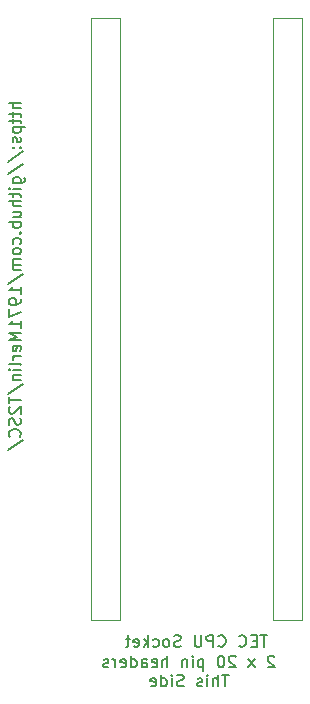
<source format=gbr>
%TF.GenerationSoftware,KiCad,Pcbnew,(6.0.9)*%
%TF.CreationDate,2022-11-13T11:09:17+10:30*%
%TF.ProjectId,TEC-SC IO Port,5445432d-5343-4204-994f-20506f72742e,rev?*%
%TF.SameCoordinates,Original*%
%TF.FileFunction,Legend,Bot*%
%TF.FilePolarity,Positive*%
%FSLAX46Y46*%
G04 Gerber Fmt 4.6, Leading zero omitted, Abs format (unit mm)*
G04 Created by KiCad (PCBNEW (6.0.9)) date 2022-11-13 11:09:17*
%MOMM*%
%LPD*%
G01*
G04 APERTURE LIST*
%ADD10C,0.150000*%
%ADD11C,0.120000*%
G04 APERTURE END LIST*
D10*
X110852380Y-42680952D02*
X109852380Y-42680952D01*
X110852380Y-43109523D02*
X110328571Y-43109523D01*
X110233333Y-43061904D01*
X110185714Y-42966666D01*
X110185714Y-42823809D01*
X110233333Y-42728571D01*
X110280952Y-42680952D01*
X110185714Y-43442857D02*
X110185714Y-43823809D01*
X109852380Y-43585714D02*
X110709523Y-43585714D01*
X110804761Y-43633333D01*
X110852380Y-43728571D01*
X110852380Y-43823809D01*
X110185714Y-44014285D02*
X110185714Y-44395238D01*
X109852380Y-44157142D02*
X110709523Y-44157142D01*
X110804761Y-44204761D01*
X110852380Y-44300000D01*
X110852380Y-44395238D01*
X110185714Y-44728571D02*
X111185714Y-44728571D01*
X110233333Y-44728571D02*
X110185714Y-44823809D01*
X110185714Y-45014285D01*
X110233333Y-45109523D01*
X110280952Y-45157142D01*
X110376190Y-45204761D01*
X110661904Y-45204761D01*
X110757142Y-45157142D01*
X110804761Y-45109523D01*
X110852380Y-45014285D01*
X110852380Y-44823809D01*
X110804761Y-44728571D01*
X110804761Y-45585714D02*
X110852380Y-45680952D01*
X110852380Y-45871428D01*
X110804761Y-45966666D01*
X110709523Y-46014285D01*
X110661904Y-46014285D01*
X110566666Y-45966666D01*
X110519047Y-45871428D01*
X110519047Y-45728571D01*
X110471428Y-45633333D01*
X110376190Y-45585714D01*
X110328571Y-45585714D01*
X110233333Y-45633333D01*
X110185714Y-45728571D01*
X110185714Y-45871428D01*
X110233333Y-45966666D01*
X110757142Y-46442857D02*
X110804761Y-46490476D01*
X110852380Y-46442857D01*
X110804761Y-46395238D01*
X110757142Y-46442857D01*
X110852380Y-46442857D01*
X110233333Y-46442857D02*
X110280952Y-46490476D01*
X110328571Y-46442857D01*
X110280952Y-46395238D01*
X110233333Y-46442857D01*
X110328571Y-46442857D01*
X109804761Y-47633333D02*
X111090476Y-46776190D01*
X109804761Y-48680952D02*
X111090476Y-47823809D01*
X110185714Y-49442857D02*
X110995238Y-49442857D01*
X111090476Y-49395238D01*
X111138095Y-49347619D01*
X111185714Y-49252380D01*
X111185714Y-49109523D01*
X111138095Y-49014285D01*
X110804761Y-49442857D02*
X110852380Y-49347619D01*
X110852380Y-49157142D01*
X110804761Y-49061904D01*
X110757142Y-49014285D01*
X110661904Y-48966666D01*
X110376190Y-48966666D01*
X110280952Y-49014285D01*
X110233333Y-49061904D01*
X110185714Y-49157142D01*
X110185714Y-49347619D01*
X110233333Y-49442857D01*
X110852380Y-49919047D02*
X110185714Y-49919047D01*
X109852380Y-49919047D02*
X109900000Y-49871428D01*
X109947619Y-49919047D01*
X109900000Y-49966666D01*
X109852380Y-49919047D01*
X109947619Y-49919047D01*
X110185714Y-50252380D02*
X110185714Y-50633333D01*
X109852380Y-50395238D02*
X110709523Y-50395238D01*
X110804761Y-50442857D01*
X110852380Y-50538095D01*
X110852380Y-50633333D01*
X110852380Y-50966666D02*
X109852380Y-50966666D01*
X110852380Y-51395238D02*
X110328571Y-51395238D01*
X110233333Y-51347619D01*
X110185714Y-51252380D01*
X110185714Y-51109523D01*
X110233333Y-51014285D01*
X110280952Y-50966666D01*
X110185714Y-52300000D02*
X110852380Y-52300000D01*
X110185714Y-51871428D02*
X110709523Y-51871428D01*
X110804761Y-51919047D01*
X110852380Y-52014285D01*
X110852380Y-52157142D01*
X110804761Y-52252380D01*
X110757142Y-52300000D01*
X110852380Y-52776190D02*
X109852380Y-52776190D01*
X110233333Y-52776190D02*
X110185714Y-52871428D01*
X110185714Y-53061904D01*
X110233333Y-53157142D01*
X110280952Y-53204761D01*
X110376190Y-53252380D01*
X110661904Y-53252380D01*
X110757142Y-53204761D01*
X110804761Y-53157142D01*
X110852380Y-53061904D01*
X110852380Y-52871428D01*
X110804761Y-52776190D01*
X110757142Y-53680952D02*
X110804761Y-53728571D01*
X110852380Y-53680952D01*
X110804761Y-53633333D01*
X110757142Y-53680952D01*
X110852380Y-53680952D01*
X110804761Y-54585714D02*
X110852380Y-54490476D01*
X110852380Y-54300000D01*
X110804761Y-54204761D01*
X110757142Y-54157142D01*
X110661904Y-54109523D01*
X110376190Y-54109523D01*
X110280952Y-54157142D01*
X110233333Y-54204761D01*
X110185714Y-54300000D01*
X110185714Y-54490476D01*
X110233333Y-54585714D01*
X110852380Y-55157142D02*
X110804761Y-55061904D01*
X110757142Y-55014285D01*
X110661904Y-54966666D01*
X110376190Y-54966666D01*
X110280952Y-55014285D01*
X110233333Y-55061904D01*
X110185714Y-55157142D01*
X110185714Y-55300000D01*
X110233333Y-55395238D01*
X110280952Y-55442857D01*
X110376190Y-55490476D01*
X110661904Y-55490476D01*
X110757142Y-55442857D01*
X110804761Y-55395238D01*
X110852380Y-55300000D01*
X110852380Y-55157142D01*
X110852380Y-55919047D02*
X110185714Y-55919047D01*
X110280952Y-55919047D02*
X110233333Y-55966666D01*
X110185714Y-56061904D01*
X110185714Y-56204761D01*
X110233333Y-56300000D01*
X110328571Y-56347619D01*
X110852380Y-56347619D01*
X110328571Y-56347619D02*
X110233333Y-56395238D01*
X110185714Y-56490476D01*
X110185714Y-56633333D01*
X110233333Y-56728571D01*
X110328571Y-56776190D01*
X110852380Y-56776190D01*
X109804761Y-57966666D02*
X111090476Y-57109523D01*
X110852380Y-58823809D02*
X110852380Y-58252380D01*
X110852380Y-58538095D02*
X109852380Y-58538095D01*
X109995238Y-58442857D01*
X110090476Y-58347619D01*
X110138095Y-58252380D01*
X110852380Y-59300000D02*
X110852380Y-59490476D01*
X110804761Y-59585714D01*
X110757142Y-59633333D01*
X110614285Y-59728571D01*
X110423809Y-59776190D01*
X110042857Y-59776190D01*
X109947619Y-59728571D01*
X109900000Y-59680952D01*
X109852380Y-59585714D01*
X109852380Y-59395238D01*
X109900000Y-59300000D01*
X109947619Y-59252380D01*
X110042857Y-59204761D01*
X110280952Y-59204761D01*
X110376190Y-59252380D01*
X110423809Y-59300000D01*
X110471428Y-59395238D01*
X110471428Y-59585714D01*
X110423809Y-59680952D01*
X110376190Y-59728571D01*
X110280952Y-59776190D01*
X109852380Y-60109523D02*
X109852380Y-60776190D01*
X110852380Y-60347619D01*
X110852380Y-61680952D02*
X110852380Y-61109523D01*
X110852380Y-61395238D02*
X109852380Y-61395238D01*
X109995238Y-61300000D01*
X110090476Y-61204761D01*
X110138095Y-61109523D01*
X110852380Y-62109523D02*
X109852380Y-62109523D01*
X110566666Y-62442857D01*
X109852380Y-62776190D01*
X110852380Y-62776190D01*
X110804761Y-63633333D02*
X110852380Y-63538095D01*
X110852380Y-63347619D01*
X110804761Y-63252380D01*
X110709523Y-63204761D01*
X110328571Y-63204761D01*
X110233333Y-63252380D01*
X110185714Y-63347619D01*
X110185714Y-63538095D01*
X110233333Y-63633333D01*
X110328571Y-63680952D01*
X110423809Y-63680952D01*
X110519047Y-63204761D01*
X110852380Y-64109523D02*
X110185714Y-64109523D01*
X110376190Y-64109523D02*
X110280952Y-64157142D01*
X110233333Y-64204761D01*
X110185714Y-64300000D01*
X110185714Y-64395238D01*
X110852380Y-64871428D02*
X110804761Y-64776190D01*
X110709523Y-64728571D01*
X109852380Y-64728571D01*
X110852380Y-65252380D02*
X110185714Y-65252380D01*
X109852380Y-65252380D02*
X109900000Y-65204761D01*
X109947619Y-65252380D01*
X109900000Y-65300000D01*
X109852380Y-65252380D01*
X109947619Y-65252380D01*
X110185714Y-65728571D02*
X110852380Y-65728571D01*
X110280952Y-65728571D02*
X110233333Y-65776190D01*
X110185714Y-65871428D01*
X110185714Y-66014285D01*
X110233333Y-66109523D01*
X110328571Y-66157142D01*
X110852380Y-66157142D01*
X109804761Y-67347619D02*
X111090476Y-66490476D01*
X109852380Y-67538095D02*
X109852380Y-68109523D01*
X110852380Y-67823809D02*
X109852380Y-67823809D01*
X109947619Y-68395238D02*
X109900000Y-68442857D01*
X109852380Y-68538095D01*
X109852380Y-68776190D01*
X109900000Y-68871428D01*
X109947619Y-68919047D01*
X110042857Y-68966666D01*
X110138095Y-68966666D01*
X110280952Y-68919047D01*
X110852380Y-68347619D01*
X110852380Y-68966666D01*
X110804761Y-69347619D02*
X110852380Y-69490476D01*
X110852380Y-69728571D01*
X110804761Y-69823809D01*
X110757142Y-69871428D01*
X110661904Y-69919047D01*
X110566666Y-69919047D01*
X110471428Y-69871428D01*
X110423809Y-69823809D01*
X110376190Y-69728571D01*
X110328571Y-69538095D01*
X110280952Y-69442857D01*
X110233333Y-69395238D01*
X110138095Y-69347619D01*
X110042857Y-69347619D01*
X109947619Y-69395238D01*
X109900000Y-69442857D01*
X109852380Y-69538095D01*
X109852380Y-69776190D01*
X109900000Y-69919047D01*
X110757142Y-70919047D02*
X110804761Y-70871428D01*
X110852380Y-70728571D01*
X110852380Y-70633333D01*
X110804761Y-70490476D01*
X110709523Y-70395238D01*
X110614285Y-70347619D01*
X110423809Y-70300000D01*
X110280952Y-70300000D01*
X110090476Y-70347619D01*
X109995238Y-70395238D01*
X109900000Y-70490476D01*
X109852380Y-70633333D01*
X109852380Y-70728571D01*
X109900000Y-70871428D01*
X109947619Y-70919047D01*
X109804761Y-72061904D02*
X111090476Y-71204761D01*
X132333095Y-89547619D02*
X132285476Y-89500000D01*
X132190238Y-89452380D01*
X131952142Y-89452380D01*
X131856904Y-89500000D01*
X131809285Y-89547619D01*
X131761666Y-89642857D01*
X131761666Y-89738095D01*
X131809285Y-89880952D01*
X132380714Y-90452380D01*
X131761666Y-90452380D01*
X130666428Y-90452380D02*
X130142619Y-89785714D01*
X130666428Y-89785714D02*
X130142619Y-90452380D01*
X129047380Y-89547619D02*
X128999761Y-89500000D01*
X128904523Y-89452380D01*
X128666428Y-89452380D01*
X128571190Y-89500000D01*
X128523571Y-89547619D01*
X128475952Y-89642857D01*
X128475952Y-89738095D01*
X128523571Y-89880952D01*
X129095000Y-90452380D01*
X128475952Y-90452380D01*
X127856904Y-89452380D02*
X127761666Y-89452380D01*
X127666428Y-89500000D01*
X127618809Y-89547619D01*
X127571190Y-89642857D01*
X127523571Y-89833333D01*
X127523571Y-90071428D01*
X127571190Y-90261904D01*
X127618809Y-90357142D01*
X127666428Y-90404761D01*
X127761666Y-90452380D01*
X127856904Y-90452380D01*
X127952142Y-90404761D01*
X127999761Y-90357142D01*
X128047380Y-90261904D01*
X128095000Y-90071428D01*
X128095000Y-89833333D01*
X128047380Y-89642857D01*
X127999761Y-89547619D01*
X127952142Y-89500000D01*
X127856904Y-89452380D01*
X126333095Y-89785714D02*
X126333095Y-90785714D01*
X126333095Y-89833333D02*
X126237857Y-89785714D01*
X126047380Y-89785714D01*
X125952142Y-89833333D01*
X125904523Y-89880952D01*
X125856904Y-89976190D01*
X125856904Y-90261904D01*
X125904523Y-90357142D01*
X125952142Y-90404761D01*
X126047380Y-90452380D01*
X126237857Y-90452380D01*
X126333095Y-90404761D01*
X125428333Y-90452380D02*
X125428333Y-89785714D01*
X125428333Y-89452380D02*
X125475952Y-89500000D01*
X125428333Y-89547619D01*
X125380714Y-89500000D01*
X125428333Y-89452380D01*
X125428333Y-89547619D01*
X124952142Y-89785714D02*
X124952142Y-90452380D01*
X124952142Y-89880952D02*
X124904523Y-89833333D01*
X124809285Y-89785714D01*
X124666428Y-89785714D01*
X124571190Y-89833333D01*
X124523571Y-89928571D01*
X124523571Y-90452380D01*
X123285476Y-90452380D02*
X123285476Y-89452380D01*
X122856904Y-90452380D02*
X122856904Y-89928571D01*
X122904523Y-89833333D01*
X122999761Y-89785714D01*
X123142619Y-89785714D01*
X123237857Y-89833333D01*
X123285476Y-89880952D01*
X121999761Y-90404761D02*
X122095000Y-90452380D01*
X122285476Y-90452380D01*
X122380714Y-90404761D01*
X122428333Y-90309523D01*
X122428333Y-89928571D01*
X122380714Y-89833333D01*
X122285476Y-89785714D01*
X122095000Y-89785714D01*
X121999761Y-89833333D01*
X121952142Y-89928571D01*
X121952142Y-90023809D01*
X122428333Y-90119047D01*
X121095000Y-90452380D02*
X121095000Y-89928571D01*
X121142619Y-89833333D01*
X121237857Y-89785714D01*
X121428333Y-89785714D01*
X121523571Y-89833333D01*
X121095000Y-90404761D02*
X121190238Y-90452380D01*
X121428333Y-90452380D01*
X121523571Y-90404761D01*
X121571190Y-90309523D01*
X121571190Y-90214285D01*
X121523571Y-90119047D01*
X121428333Y-90071428D01*
X121190238Y-90071428D01*
X121095000Y-90023809D01*
X120190238Y-90452380D02*
X120190238Y-89452380D01*
X120190238Y-90404761D02*
X120285476Y-90452380D01*
X120475952Y-90452380D01*
X120571190Y-90404761D01*
X120618809Y-90357142D01*
X120666428Y-90261904D01*
X120666428Y-89976190D01*
X120618809Y-89880952D01*
X120571190Y-89833333D01*
X120475952Y-89785714D01*
X120285476Y-89785714D01*
X120190238Y-89833333D01*
X119333095Y-90404761D02*
X119428333Y-90452380D01*
X119618809Y-90452380D01*
X119714047Y-90404761D01*
X119761666Y-90309523D01*
X119761666Y-89928571D01*
X119714047Y-89833333D01*
X119618809Y-89785714D01*
X119428333Y-89785714D01*
X119333095Y-89833333D01*
X119285476Y-89928571D01*
X119285476Y-90023809D01*
X119761666Y-90119047D01*
X118856904Y-90452380D02*
X118856904Y-89785714D01*
X118856904Y-89976190D02*
X118809285Y-89880952D01*
X118761666Y-89833333D01*
X118666428Y-89785714D01*
X118571190Y-89785714D01*
X118285476Y-90404761D02*
X118190238Y-90452380D01*
X117999761Y-90452380D01*
X117904523Y-90404761D01*
X117856904Y-90309523D01*
X117856904Y-90261904D01*
X117904523Y-90166666D01*
X117999761Y-90119047D01*
X118142619Y-90119047D01*
X118237857Y-90071428D01*
X118285476Y-89976190D01*
X118285476Y-89928571D01*
X118237857Y-89833333D01*
X118142619Y-89785714D01*
X117999761Y-89785714D01*
X117904523Y-89833333D01*
X128452142Y-91062380D02*
X127880714Y-91062380D01*
X128166428Y-92062380D02*
X128166428Y-91062380D01*
X127547380Y-92062380D02*
X127547380Y-91062380D01*
X127118809Y-92062380D02*
X127118809Y-91538571D01*
X127166428Y-91443333D01*
X127261666Y-91395714D01*
X127404523Y-91395714D01*
X127499761Y-91443333D01*
X127547380Y-91490952D01*
X126642619Y-92062380D02*
X126642619Y-91395714D01*
X126642619Y-91062380D02*
X126690238Y-91110000D01*
X126642619Y-91157619D01*
X126595000Y-91110000D01*
X126642619Y-91062380D01*
X126642619Y-91157619D01*
X126214047Y-92014761D02*
X126118809Y-92062380D01*
X125928333Y-92062380D01*
X125833095Y-92014761D01*
X125785476Y-91919523D01*
X125785476Y-91871904D01*
X125833095Y-91776666D01*
X125928333Y-91729047D01*
X126071190Y-91729047D01*
X126166428Y-91681428D01*
X126214047Y-91586190D01*
X126214047Y-91538571D01*
X126166428Y-91443333D01*
X126071190Y-91395714D01*
X125928333Y-91395714D01*
X125833095Y-91443333D01*
X124642619Y-92014761D02*
X124499761Y-92062380D01*
X124261666Y-92062380D01*
X124166428Y-92014761D01*
X124118809Y-91967142D01*
X124071190Y-91871904D01*
X124071190Y-91776666D01*
X124118809Y-91681428D01*
X124166428Y-91633809D01*
X124261666Y-91586190D01*
X124452142Y-91538571D01*
X124547380Y-91490952D01*
X124595000Y-91443333D01*
X124642619Y-91348095D01*
X124642619Y-91252857D01*
X124595000Y-91157619D01*
X124547380Y-91110000D01*
X124452142Y-91062380D01*
X124214047Y-91062380D01*
X124071190Y-91110000D01*
X123642619Y-92062380D02*
X123642619Y-91395714D01*
X123642619Y-91062380D02*
X123690238Y-91110000D01*
X123642619Y-91157619D01*
X123595000Y-91110000D01*
X123642619Y-91062380D01*
X123642619Y-91157619D01*
X122737857Y-92062380D02*
X122737857Y-91062380D01*
X122737857Y-92014761D02*
X122833095Y-92062380D01*
X123023571Y-92062380D01*
X123118809Y-92014761D01*
X123166428Y-91967142D01*
X123214047Y-91871904D01*
X123214047Y-91586190D01*
X123166428Y-91490952D01*
X123118809Y-91443333D01*
X123023571Y-91395714D01*
X122833095Y-91395714D01*
X122737857Y-91443333D01*
X121880714Y-92014761D02*
X121975952Y-92062380D01*
X122166428Y-92062380D01*
X122261666Y-92014761D01*
X122309285Y-91919523D01*
X122309285Y-91538571D01*
X122261666Y-91443333D01*
X122166428Y-91395714D01*
X121975952Y-91395714D01*
X121880714Y-91443333D01*
X121833095Y-91538571D01*
X121833095Y-91633809D01*
X122309285Y-91729047D01*
%TO.C,J2*%
X131730000Y-87717380D02*
X131158571Y-87717380D01*
X131444285Y-88717380D02*
X131444285Y-87717380D01*
X130825238Y-88193571D02*
X130491904Y-88193571D01*
X130349047Y-88717380D02*
X130825238Y-88717380D01*
X130825238Y-87717380D01*
X130349047Y-87717380D01*
X129349047Y-88622142D02*
X129396666Y-88669761D01*
X129539523Y-88717380D01*
X129634761Y-88717380D01*
X129777619Y-88669761D01*
X129872857Y-88574523D01*
X129920476Y-88479285D01*
X129968095Y-88288809D01*
X129968095Y-88145952D01*
X129920476Y-87955476D01*
X129872857Y-87860238D01*
X129777619Y-87765000D01*
X129634761Y-87717380D01*
X129539523Y-87717380D01*
X129396666Y-87765000D01*
X129349047Y-87812619D01*
X127587142Y-88622142D02*
X127634761Y-88669761D01*
X127777619Y-88717380D01*
X127872857Y-88717380D01*
X128015714Y-88669761D01*
X128110952Y-88574523D01*
X128158571Y-88479285D01*
X128206190Y-88288809D01*
X128206190Y-88145952D01*
X128158571Y-87955476D01*
X128110952Y-87860238D01*
X128015714Y-87765000D01*
X127872857Y-87717380D01*
X127777619Y-87717380D01*
X127634761Y-87765000D01*
X127587142Y-87812619D01*
X127158571Y-88717380D02*
X127158571Y-87717380D01*
X126777619Y-87717380D01*
X126682380Y-87765000D01*
X126634761Y-87812619D01*
X126587142Y-87907857D01*
X126587142Y-88050714D01*
X126634761Y-88145952D01*
X126682380Y-88193571D01*
X126777619Y-88241190D01*
X127158571Y-88241190D01*
X126158571Y-87717380D02*
X126158571Y-88526904D01*
X126110952Y-88622142D01*
X126063333Y-88669761D01*
X125968095Y-88717380D01*
X125777619Y-88717380D01*
X125682380Y-88669761D01*
X125634761Y-88622142D01*
X125587142Y-88526904D01*
X125587142Y-87717380D01*
X124396666Y-88669761D02*
X124253809Y-88717380D01*
X124015714Y-88717380D01*
X123920476Y-88669761D01*
X123872857Y-88622142D01*
X123825238Y-88526904D01*
X123825238Y-88431666D01*
X123872857Y-88336428D01*
X123920476Y-88288809D01*
X124015714Y-88241190D01*
X124206190Y-88193571D01*
X124301428Y-88145952D01*
X124349047Y-88098333D01*
X124396666Y-88003095D01*
X124396666Y-87907857D01*
X124349047Y-87812619D01*
X124301428Y-87765000D01*
X124206190Y-87717380D01*
X123968095Y-87717380D01*
X123825238Y-87765000D01*
X123253809Y-88717380D02*
X123349047Y-88669761D01*
X123396666Y-88622142D01*
X123444285Y-88526904D01*
X123444285Y-88241190D01*
X123396666Y-88145952D01*
X123349047Y-88098333D01*
X123253809Y-88050714D01*
X123110952Y-88050714D01*
X123015714Y-88098333D01*
X122968095Y-88145952D01*
X122920476Y-88241190D01*
X122920476Y-88526904D01*
X122968095Y-88622142D01*
X123015714Y-88669761D01*
X123110952Y-88717380D01*
X123253809Y-88717380D01*
X122063333Y-88669761D02*
X122158571Y-88717380D01*
X122349047Y-88717380D01*
X122444285Y-88669761D01*
X122491904Y-88622142D01*
X122539523Y-88526904D01*
X122539523Y-88241190D01*
X122491904Y-88145952D01*
X122444285Y-88098333D01*
X122349047Y-88050714D01*
X122158571Y-88050714D01*
X122063333Y-88098333D01*
X121634761Y-88717380D02*
X121634761Y-87717380D01*
X121539523Y-88336428D02*
X121253809Y-88717380D01*
X121253809Y-88050714D02*
X121634761Y-88431666D01*
X120444285Y-88669761D02*
X120539523Y-88717380D01*
X120730000Y-88717380D01*
X120825238Y-88669761D01*
X120872857Y-88574523D01*
X120872857Y-88193571D01*
X120825238Y-88098333D01*
X120730000Y-88050714D01*
X120539523Y-88050714D01*
X120444285Y-88098333D01*
X120396666Y-88193571D01*
X120396666Y-88288809D01*
X120872857Y-88384047D01*
X120110952Y-88050714D02*
X119730000Y-88050714D01*
X119968095Y-87717380D02*
X119968095Y-88574523D01*
X119920476Y-88669761D01*
X119825238Y-88717380D01*
X119730000Y-88717380D01*
D11*
X119270000Y-35500000D02*
X119270000Y-86420000D01*
X134680000Y-86480000D02*
X134680000Y-35440000D01*
X134680000Y-86480000D02*
X132190000Y-86480000D01*
X134680000Y-35440000D02*
X132190000Y-35440000D01*
X116780000Y-86480000D02*
X119270000Y-86480000D01*
X116810000Y-35440000D02*
X119270000Y-35440000D01*
X116780000Y-35440000D02*
X116780000Y-86480000D01*
X132190000Y-86420000D02*
X132190000Y-35500000D01*
%TD*%
M02*

</source>
